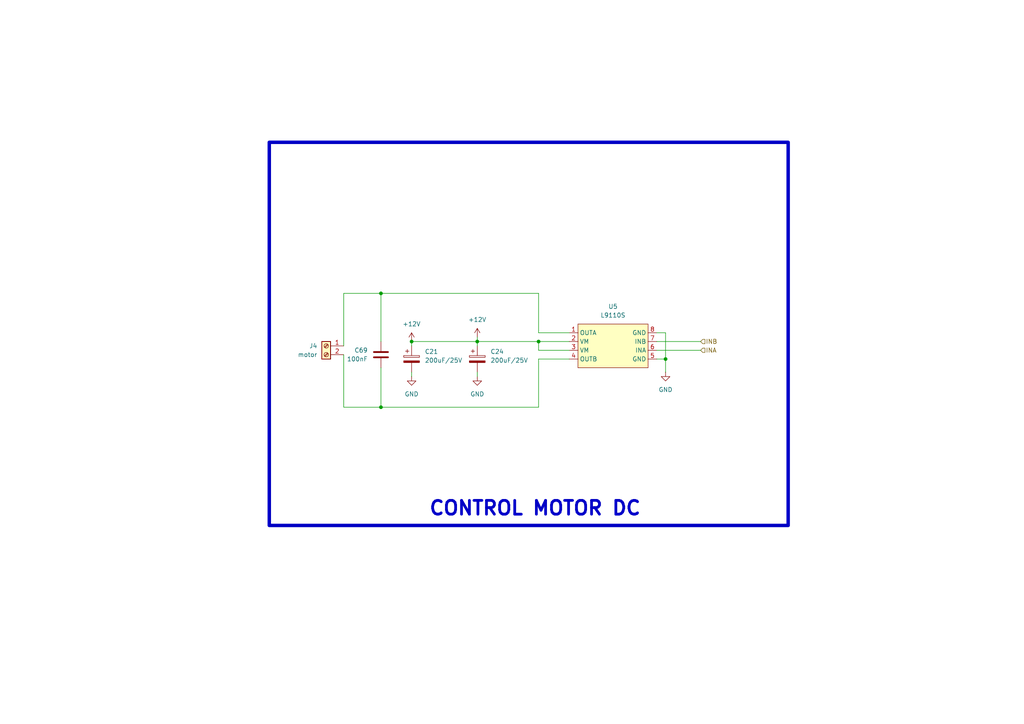
<source format=kicad_sch>
(kicad_sch
	(version 20231120)
	(generator "eeschema")
	(generator_version "8.0")
	(uuid "d9e0d66d-77fc-407b-b644-3ef00fb08456")
	(paper "A4")
	(lib_symbols
		(symbol "Connector:Screw_Terminal_01x02"
			(pin_names
				(offset 1.016) hide)
			(exclude_from_sim no)
			(in_bom yes)
			(on_board yes)
			(property "Reference" "J"
				(at 0 2.54 0)
				(effects
					(font
						(size 1.27 1.27)
					)
				)
			)
			(property "Value" "Screw_Terminal_01x02"
				(at 0 -5.08 0)
				(effects
					(font
						(size 1.27 1.27)
					)
				)
			)
			(property "Footprint" ""
				(at 0 0 0)
				(effects
					(font
						(size 1.27 1.27)
					)
					(hide yes)
				)
			)
			(property "Datasheet" "~"
				(at 0 0 0)
				(effects
					(font
						(size 1.27 1.27)
					)
					(hide yes)
				)
			)
			(property "Description" "Generic screw terminal, single row, 01x02, script generated (kicad-library-utils/schlib/autogen/connector/)"
				(at 0 0 0)
				(effects
					(font
						(size 1.27 1.27)
					)
					(hide yes)
				)
			)
			(property "ki_keywords" "screw terminal"
				(at 0 0 0)
				(effects
					(font
						(size 1.27 1.27)
					)
					(hide yes)
				)
			)
			(property "ki_fp_filters" "TerminalBlock*:*"
				(at 0 0 0)
				(effects
					(font
						(size 1.27 1.27)
					)
					(hide yes)
				)
			)
			(symbol "Screw_Terminal_01x02_1_1"
				(rectangle
					(start -1.27 1.27)
					(end 1.27 -3.81)
					(stroke
						(width 0.254)
						(type default)
					)
					(fill
						(type background)
					)
				)
				(circle
					(center 0 -2.54)
					(radius 0.635)
					(stroke
						(width 0.1524)
						(type default)
					)
					(fill
						(type none)
					)
				)
				(polyline
					(pts
						(xy -0.5334 -2.2098) (xy 0.3302 -3.048)
					)
					(stroke
						(width 0.1524)
						(type default)
					)
					(fill
						(type none)
					)
				)
				(polyline
					(pts
						(xy -0.5334 0.3302) (xy 0.3302 -0.508)
					)
					(stroke
						(width 0.1524)
						(type default)
					)
					(fill
						(type none)
					)
				)
				(polyline
					(pts
						(xy -0.3556 -2.032) (xy 0.508 -2.8702)
					)
					(stroke
						(width 0.1524)
						(type default)
					)
					(fill
						(type none)
					)
				)
				(polyline
					(pts
						(xy -0.3556 0.508) (xy 0.508 -0.3302)
					)
					(stroke
						(width 0.1524)
						(type default)
					)
					(fill
						(type none)
					)
				)
				(circle
					(center 0 0)
					(radius 0.635)
					(stroke
						(width 0.1524)
						(type default)
					)
					(fill
						(type none)
					)
				)
				(pin passive line
					(at -5.08 0 0)
					(length 3.81)
					(name "Pin_1"
						(effects
							(font
								(size 1.27 1.27)
							)
						)
					)
					(number "1"
						(effects
							(font
								(size 1.27 1.27)
							)
						)
					)
				)
				(pin passive line
					(at -5.08 -2.54 0)
					(length 3.81)
					(name "Pin_2"
						(effects
							(font
								(size 1.27 1.27)
							)
						)
					)
					(number "2"
						(effects
							(font
								(size 1.27 1.27)
							)
						)
					)
				)
			)
		)
		(symbol "Device:C"
			(pin_numbers hide)
			(pin_names
				(offset 0.254)
			)
			(exclude_from_sim no)
			(in_bom yes)
			(on_board yes)
			(property "Reference" "C"
				(at 0.635 2.54 0)
				(effects
					(font
						(size 1.27 1.27)
					)
					(justify left)
				)
			)
			(property "Value" "C"
				(at 0.635 -2.54 0)
				(effects
					(font
						(size 1.27 1.27)
					)
					(justify left)
				)
			)
			(property "Footprint" ""
				(at 0.9652 -3.81 0)
				(effects
					(font
						(size 1.27 1.27)
					)
					(hide yes)
				)
			)
			(property "Datasheet" "~"
				(at 0 0 0)
				(effects
					(font
						(size 1.27 1.27)
					)
					(hide yes)
				)
			)
			(property "Description" "Unpolarized capacitor"
				(at 0 0 0)
				(effects
					(font
						(size 1.27 1.27)
					)
					(hide yes)
				)
			)
			(property "ki_keywords" "cap capacitor"
				(at 0 0 0)
				(effects
					(font
						(size 1.27 1.27)
					)
					(hide yes)
				)
			)
			(property "ki_fp_filters" "C_*"
				(at 0 0 0)
				(effects
					(font
						(size 1.27 1.27)
					)
					(hide yes)
				)
			)
			(symbol "C_0_1"
				(polyline
					(pts
						(xy -2.032 -0.762) (xy 2.032 -0.762)
					)
					(stroke
						(width 0.508)
						(type default)
					)
					(fill
						(type none)
					)
				)
				(polyline
					(pts
						(xy -2.032 0.762) (xy 2.032 0.762)
					)
					(stroke
						(width 0.508)
						(type default)
					)
					(fill
						(type none)
					)
				)
			)
			(symbol "C_1_1"
				(pin passive line
					(at 0 3.81 270)
					(length 2.794)
					(name "~"
						(effects
							(font
								(size 1.27 1.27)
							)
						)
					)
					(number "1"
						(effects
							(font
								(size 1.27 1.27)
							)
						)
					)
				)
				(pin passive line
					(at 0 -3.81 90)
					(length 2.794)
					(name "~"
						(effects
							(font
								(size 1.27 1.27)
							)
						)
					)
					(number "2"
						(effects
							(font
								(size 1.27 1.27)
							)
						)
					)
				)
			)
		)
		(symbol "Device:C_Polarized"
			(pin_numbers hide)
			(pin_names
				(offset 0.254)
			)
			(exclude_from_sim no)
			(in_bom yes)
			(on_board yes)
			(property "Reference" "C"
				(at 0.635 2.54 0)
				(effects
					(font
						(size 1.27 1.27)
					)
					(justify left)
				)
			)
			(property "Value" "C_Polarized"
				(at 0.635 -2.54 0)
				(effects
					(font
						(size 1.27 1.27)
					)
					(justify left)
				)
			)
			(property "Footprint" ""
				(at 0.9652 -3.81 0)
				(effects
					(font
						(size 1.27 1.27)
					)
					(hide yes)
				)
			)
			(property "Datasheet" "~"
				(at 0 0 0)
				(effects
					(font
						(size 1.27 1.27)
					)
					(hide yes)
				)
			)
			(property "Description" "Polarized capacitor"
				(at 0 0 0)
				(effects
					(font
						(size 1.27 1.27)
					)
					(hide yes)
				)
			)
			(property "ki_keywords" "cap capacitor"
				(at 0 0 0)
				(effects
					(font
						(size 1.27 1.27)
					)
					(hide yes)
				)
			)
			(property "ki_fp_filters" "CP_*"
				(at 0 0 0)
				(effects
					(font
						(size 1.27 1.27)
					)
					(hide yes)
				)
			)
			(symbol "C_Polarized_0_1"
				(rectangle
					(start -2.286 0.508)
					(end 2.286 1.016)
					(stroke
						(width 0)
						(type default)
					)
					(fill
						(type none)
					)
				)
				(polyline
					(pts
						(xy -1.778 2.286) (xy -0.762 2.286)
					)
					(stroke
						(width 0)
						(type default)
					)
					(fill
						(type none)
					)
				)
				(polyline
					(pts
						(xy -1.27 2.794) (xy -1.27 1.778)
					)
					(stroke
						(width 0)
						(type default)
					)
					(fill
						(type none)
					)
				)
				(rectangle
					(start 2.286 -0.508)
					(end -2.286 -1.016)
					(stroke
						(width 0)
						(type default)
					)
					(fill
						(type outline)
					)
				)
			)
			(symbol "C_Polarized_1_1"
				(pin passive line
					(at 0 3.81 270)
					(length 2.794)
					(name "~"
						(effects
							(font
								(size 1.27 1.27)
							)
						)
					)
					(number "1"
						(effects
							(font
								(size 1.27 1.27)
							)
						)
					)
				)
				(pin passive line
					(at 0 -3.81 90)
					(length 2.794)
					(name "~"
						(effects
							(font
								(size 1.27 1.27)
							)
						)
					)
					(number "2"
						(effects
							(font
								(size 1.27 1.27)
							)
						)
					)
				)
			)
		)
		(symbol "DienLIB:L9110S"
			(exclude_from_sim no)
			(in_bom yes)
			(on_board yes)
			(property "Reference" "U"
				(at -9.652 7.62 0)
				(effects
					(font
						(size 1.27 1.27)
					)
				)
			)
			(property "Value" "L9110S"
				(at 0 -3.81 0)
				(effects
					(font
						(size 1.27 1.27)
					)
				)
			)
			(property "Footprint" "Package_SO:SOP-8_3.9x4.9mm_P1.27mm"
				(at 0 -3.81 0)
				(effects
					(font
						(size 1.27 1.27)
					)
					(hide yes)
				)
			)
			(property "Datasheet" ""
				(at 0 -3.81 0)
				(effects
					(font
						(size 1.27 1.27)
					)
					(hide yes)
				)
			)
			(property "Description" ""
				(at 0 -3.81 0)
				(effects
					(font
						(size 1.27 1.27)
					)
					(hide yes)
				)
			)
			(property "JLC" "C19272815"
				(at 0 0 0)
				(effects
					(font
						(size 1.27 1.27)
					)
					(hide yes)
				)
			)
			(symbol "L9110S_1_1"
				(rectangle
					(start -10.16 5.08)
					(end 10.16 -7.62)
					(stroke
						(width 0)
						(type default)
					)
					(fill
						(type background)
					)
				)
				(pin input line
					(at -12.7 2.54 0)
					(length 2.54)
					(name "OUTA"
						(effects
							(font
								(size 1.27 1.27)
							)
						)
					)
					(number "1"
						(effects
							(font
								(size 1.27 1.27)
							)
						)
					)
				)
				(pin input line
					(at -12.7 0 0)
					(length 2.54)
					(name "VM"
						(effects
							(font
								(size 1.27 1.27)
							)
						)
					)
					(number "2"
						(effects
							(font
								(size 1.27 1.27)
							)
						)
					)
				)
				(pin input line
					(at -12.7 -2.54 0)
					(length 2.54)
					(name "VM"
						(effects
							(font
								(size 1.27 1.27)
							)
						)
					)
					(number "3"
						(effects
							(font
								(size 1.27 1.27)
							)
						)
					)
				)
				(pin input line
					(at -12.7 -5.08 0)
					(length 2.54)
					(name "OUTB"
						(effects
							(font
								(size 1.27 1.27)
							)
						)
					)
					(number "4"
						(effects
							(font
								(size 1.27 1.27)
							)
						)
					)
				)
				(pin input line
					(at 12.7 -5.08 180)
					(length 2.54)
					(name "GND"
						(effects
							(font
								(size 1.27 1.27)
							)
						)
					)
					(number "5"
						(effects
							(font
								(size 1.27 1.27)
							)
						)
					)
				)
				(pin input line
					(at 12.7 -2.54 180)
					(length 2.54)
					(name "INA"
						(effects
							(font
								(size 1.27 1.27)
							)
						)
					)
					(number "6"
						(effects
							(font
								(size 1.27 1.27)
							)
						)
					)
				)
				(pin input line
					(at 12.7 0 180)
					(length 2.54)
					(name "INB"
						(effects
							(font
								(size 1.27 1.27)
							)
						)
					)
					(number "7"
						(effects
							(font
								(size 1.27 1.27)
							)
						)
					)
				)
				(pin input line
					(at 12.7 2.54 180)
					(length 2.54)
					(name "GND"
						(effects
							(font
								(size 1.27 1.27)
							)
						)
					)
					(number "8"
						(effects
							(font
								(size 1.27 1.27)
							)
						)
					)
				)
			)
		)
		(symbol "power:+12V"
			(power)
			(pin_numbers hide)
			(pin_names
				(offset 0) hide)
			(exclude_from_sim no)
			(in_bom yes)
			(on_board yes)
			(property "Reference" "#PWR"
				(at 0 -3.81 0)
				(effects
					(font
						(size 1.27 1.27)
					)
					(hide yes)
				)
			)
			(property "Value" "+12V"
				(at 0 3.556 0)
				(effects
					(font
						(size 1.27 1.27)
					)
				)
			)
			(property "Footprint" ""
				(at 0 0 0)
				(effects
					(font
						(size 1.27 1.27)
					)
					(hide yes)
				)
			)
			(property "Datasheet" ""
				(at 0 0 0)
				(effects
					(font
						(size 1.27 1.27)
					)
					(hide yes)
				)
			)
			(property "Description" "Power symbol creates a global label with name \"+12V\""
				(at 0 0 0)
				(effects
					(font
						(size 1.27 1.27)
					)
					(hide yes)
				)
			)
			(property "ki_keywords" "global power"
				(at 0 0 0)
				(effects
					(font
						(size 1.27 1.27)
					)
					(hide yes)
				)
			)
			(symbol "+12V_0_1"
				(polyline
					(pts
						(xy -0.762 1.27) (xy 0 2.54)
					)
					(stroke
						(width 0)
						(type default)
					)
					(fill
						(type none)
					)
				)
				(polyline
					(pts
						(xy 0 0) (xy 0 2.54)
					)
					(stroke
						(width 0)
						(type default)
					)
					(fill
						(type none)
					)
				)
				(polyline
					(pts
						(xy 0 2.54) (xy 0.762 1.27)
					)
					(stroke
						(width 0)
						(type default)
					)
					(fill
						(type none)
					)
				)
			)
			(symbol "+12V_1_1"
				(pin power_in line
					(at 0 0 90)
					(length 0)
					(name "~"
						(effects
							(font
								(size 1.27 1.27)
							)
						)
					)
					(number "1"
						(effects
							(font
								(size 1.27 1.27)
							)
						)
					)
				)
			)
		)
		(symbol "power:GND"
			(power)
			(pin_numbers hide)
			(pin_names
				(offset 0) hide)
			(exclude_from_sim no)
			(in_bom yes)
			(on_board yes)
			(property "Reference" "#PWR"
				(at 0 -6.35 0)
				(effects
					(font
						(size 1.27 1.27)
					)
					(hide yes)
				)
			)
			(property "Value" "GND"
				(at 0 -3.81 0)
				(effects
					(font
						(size 1.27 1.27)
					)
				)
			)
			(property "Footprint" ""
				(at 0 0 0)
				(effects
					(font
						(size 1.27 1.27)
					)
					(hide yes)
				)
			)
			(property "Datasheet" ""
				(at 0 0 0)
				(effects
					(font
						(size 1.27 1.27)
					)
					(hide yes)
				)
			)
			(property "Description" "Power symbol creates a global label with name \"GND\" , ground"
				(at 0 0 0)
				(effects
					(font
						(size 1.27 1.27)
					)
					(hide yes)
				)
			)
			(property "ki_keywords" "global power"
				(at 0 0 0)
				(effects
					(font
						(size 1.27 1.27)
					)
					(hide yes)
				)
			)
			(symbol "GND_0_1"
				(polyline
					(pts
						(xy 0 0) (xy 0 -1.27) (xy 1.27 -1.27) (xy 0 -2.54) (xy -1.27 -1.27) (xy 0 -1.27)
					)
					(stroke
						(width 0)
						(type default)
					)
					(fill
						(type none)
					)
				)
			)
			(symbol "GND_1_1"
				(pin power_in line
					(at 0 0 270)
					(length 0)
					(name "~"
						(effects
							(font
								(size 1.27 1.27)
							)
						)
					)
					(number "1"
						(effects
							(font
								(size 1.27 1.27)
							)
						)
					)
				)
			)
		)
	)
	(junction
		(at 110.49 118.11)
		(diameter 0)
		(color 0 0 0 0)
		(uuid "180a401d-39a3-4e9f-8f8f-b77a34b1376e")
	)
	(junction
		(at 119.38 99.06)
		(diameter 0)
		(color 0 0 0 0)
		(uuid "39f3f60b-d982-4980-a013-c8a0197f6d64")
	)
	(junction
		(at 156.21 99.06)
		(diameter 0)
		(color 0 0 0 0)
		(uuid "6962122c-44fa-4fc1-b64d-b1c1addce34f")
	)
	(junction
		(at 110.49 85.09)
		(diameter 0)
		(color 0 0 0 0)
		(uuid "76786e0c-b56d-4e1b-a73d-0bfeab151b44")
	)
	(junction
		(at 193.04 104.14)
		(diameter 0)
		(color 0 0 0 0)
		(uuid "c82a73b8-433e-44f3-95e3-0c555602fb69")
	)
	(junction
		(at 138.43 99.06)
		(diameter 0)
		(color 0 0 0 0)
		(uuid "f50031ad-ec4a-4b43-9ccf-02ca8d46c480")
	)
	(wire
		(pts
			(xy 110.49 85.09) (xy 156.21 85.09)
		)
		(stroke
			(width 0)
			(type default)
		)
		(uuid "11f442ab-3f50-4da7-aae2-46e892ea104b")
	)
	(wire
		(pts
			(xy 190.5 96.52) (xy 193.04 96.52)
		)
		(stroke
			(width 0)
			(type default)
		)
		(uuid "24ebfa45-169b-498c-b5e9-2c5485eb2dea")
	)
	(wire
		(pts
			(xy 156.21 104.14) (xy 156.21 118.11)
		)
		(stroke
			(width 0)
			(type default)
		)
		(uuid "25720793-77f4-404b-8055-53a82f83f904")
	)
	(wire
		(pts
			(xy 99.695 85.09) (xy 99.695 100.33)
		)
		(stroke
			(width 0)
			(type default)
		)
		(uuid "27ad7699-36ac-49f5-85e0-50ca8ed8a25b")
	)
	(wire
		(pts
			(xy 110.49 85.09) (xy 110.49 99.06)
		)
		(stroke
			(width 0)
			(type default)
		)
		(uuid "35985649-b7aa-4a32-9514-6fba118340f5")
	)
	(wire
		(pts
			(xy 110.49 118.11) (xy 99.695 118.11)
		)
		(stroke
			(width 0)
			(type default)
		)
		(uuid "3bd4a99d-e87d-49ab-907e-bf2f839ed3e8")
	)
	(wire
		(pts
			(xy 190.5 99.06) (xy 203.2 99.06)
		)
		(stroke
			(width 0)
			(type default)
		)
		(uuid "49d228ff-2ccd-42e8-86cb-fea094dbdef0")
	)
	(wire
		(pts
			(xy 119.38 107.95) (xy 119.38 109.22)
		)
		(stroke
			(width 0)
			(type default)
		)
		(uuid "5523fa0a-69a6-4bdf-963a-da6659e3aaf3")
	)
	(wire
		(pts
			(xy 110.49 118.11) (xy 156.21 118.11)
		)
		(stroke
			(width 0)
			(type default)
		)
		(uuid "5abdfd6c-b5e0-4311-94b9-e8cd469f00d9")
	)
	(wire
		(pts
			(xy 156.21 99.06) (xy 165.1 99.06)
		)
		(stroke
			(width 0)
			(type default)
		)
		(uuid "7f3965b6-9694-49d8-9922-19aa5e37e956")
	)
	(wire
		(pts
			(xy 138.43 99.06) (xy 156.21 99.06)
		)
		(stroke
			(width 0)
			(type default)
		)
		(uuid "869a221d-ab1a-42fb-ba51-a78022a0bb7e")
	)
	(wire
		(pts
			(xy 138.43 107.95) (xy 138.43 109.22)
		)
		(stroke
			(width 0)
			(type default)
		)
		(uuid "90113447-0d1b-4a2b-96da-a07fad82a805")
	)
	(wire
		(pts
			(xy 165.1 101.6) (xy 156.21 101.6)
		)
		(stroke
			(width 0)
			(type default)
		)
		(uuid "915fd6b0-7fce-44cf-bded-68ad8e9b8a8f")
	)
	(wire
		(pts
			(xy 165.1 96.52) (xy 156.21 96.52)
		)
		(stroke
			(width 0)
			(type default)
		)
		(uuid "92a34051-fb54-48b2-a10e-936043f98693")
	)
	(wire
		(pts
			(xy 138.43 97.79) (xy 138.43 99.06)
		)
		(stroke
			(width 0)
			(type default)
		)
		(uuid "9f9e74e5-ef60-400e-b780-10ef47515e33")
	)
	(wire
		(pts
			(xy 190.5 104.14) (xy 193.04 104.14)
		)
		(stroke
			(width 0)
			(type default)
		)
		(uuid "a89849e8-dbe2-4f95-b588-77610bdac4a5")
	)
	(wire
		(pts
			(xy 190.5 101.6) (xy 203.2 101.6)
		)
		(stroke
			(width 0)
			(type default)
		)
		(uuid "ab84fcbe-2685-45f1-9e28-8e4b859d60a5")
	)
	(wire
		(pts
			(xy 119.38 99.06) (xy 119.38 100.33)
		)
		(stroke
			(width 0)
			(type default)
		)
		(uuid "ae0e16ec-46dc-40cd-acd2-84ed1b94b56a")
	)
	(wire
		(pts
			(xy 156.21 96.52) (xy 156.21 85.09)
		)
		(stroke
			(width 0)
			(type default)
		)
		(uuid "ae1a772c-05d5-4588-ac5a-0939552ef5f1")
	)
	(wire
		(pts
			(xy 99.695 118.11) (xy 99.695 102.87)
		)
		(stroke
			(width 0)
			(type default)
		)
		(uuid "af4f980d-e5e6-46be-95e1-afc79a4836b7")
	)
	(wire
		(pts
			(xy 138.43 99.06) (xy 119.38 99.06)
		)
		(stroke
			(width 0)
			(type default)
		)
		(uuid "b270c3df-11f8-4f45-815f-4bf3798dc974")
	)
	(wire
		(pts
			(xy 138.43 99.06) (xy 138.43 100.33)
		)
		(stroke
			(width 0)
			(type default)
		)
		(uuid "c7c22d80-36ed-4b3a-b555-7cd16d838a69")
	)
	(wire
		(pts
			(xy 156.21 101.6) (xy 156.21 99.06)
		)
		(stroke
			(width 0)
			(type default)
		)
		(uuid "d4a9aac7-7064-4ac4-9e9d-f1bb33e43e8a")
	)
	(wire
		(pts
			(xy 193.04 96.52) (xy 193.04 104.14)
		)
		(stroke
			(width 0)
			(type default)
		)
		(uuid "dc3fb02a-604a-4749-98fe-869d0f4e665a")
	)
	(wire
		(pts
			(xy 193.04 104.14) (xy 193.04 107.95)
		)
		(stroke
			(width 0)
			(type default)
		)
		(uuid "dfbba21a-1605-4861-8e87-5715a18428b6")
	)
	(wire
		(pts
			(xy 110.49 106.68) (xy 110.49 118.11)
		)
		(stroke
			(width 0)
			(type default)
		)
		(uuid "e05abe44-7fb1-4c9c-8552-73180b2edc58")
	)
	(wire
		(pts
			(xy 99.695 85.09) (xy 110.49 85.09)
		)
		(stroke
			(width 0)
			(type default)
		)
		(uuid "f6824e6b-6771-4b1a-85f2-a56fa2b33f06")
	)
	(wire
		(pts
			(xy 165.1 104.14) (xy 156.21 104.14)
		)
		(stroke
			(width 0)
			(type default)
		)
		(uuid "f7709b7b-4acc-49fc-b9a1-9b1d1c533c3f")
	)
	(rectangle
		(start 78.105 41.275)
		(end 228.6 152.4)
		(stroke
			(width 1)
			(type default)
		)
		(fill
			(type none)
		)
		(uuid 342a886d-84e7-46f8-afb2-b3e823098638)
	)
	(text "CONTROL MOTOR DC"
		(exclude_from_sim no)
		(at 155.194 147.574 0)
		(effects
			(font
				(size 4 4)
				(thickness 0.8)
				(bold yes)
			)
		)
		(uuid "7edf68a1-136b-4c0a-b0fe-763c96ced32f")
	)
	(hierarchical_label "INA"
		(shape input)
		(at 203.2 101.6 0)
		(fields_autoplaced yes)
		(effects
			(font
				(size 1.27 1.27)
			)
			(justify left)
		)
		(uuid "a4dc6da2-4434-4b0b-afa7-04a2e7499dac")
	)
	(hierarchical_label "INB"
		(shape input)
		(at 203.2 99.06 0)
		(fields_autoplaced yes)
		(effects
			(font
				(size 1.27 1.27)
			)
			(justify left)
		)
		(uuid "d76c9fbf-5f9e-46ad-a11b-58efd810c05e")
	)
	(symbol
		(lib_id "Device:C")
		(at 110.49 102.87 0)
		(mirror y)
		(unit 1)
		(exclude_from_sim no)
		(in_bom yes)
		(on_board yes)
		(dnp no)
		(fields_autoplaced yes)
		(uuid "0a162835-914a-4028-85e6-3bb996801468")
		(property "Reference" "C69"
			(at 106.68 101.5999 0)
			(effects
				(font
					(size 1.27 1.27)
				)
				(justify left)
			)
		)
		(property "Value" "100nF"
			(at 106.68 104.1399 0)
			(effects
				(font
					(size 1.27 1.27)
				)
				(justify left)
			)
		)
		(property "Footprint" "SANG_LIB_FP:C_1206_3216Metric"
			(at 109.5248 106.68 0)
			(effects
				(font
					(size 1.27 1.27)
				)
				(hide yes)
			)
		)
		(property "Datasheet" "~"
			(at 110.49 102.87 0)
			(effects
				(font
					(size 1.27 1.27)
				)
				(hide yes)
			)
		)
		(property "Description" "Unpolarized capacitor"
			(at 110.49 102.87 0)
			(effects
				(font
					(size 1.27 1.27)
				)
				(hide yes)
			)
		)
		(property "Cate" ""
			(at 110.49 102.87 0)
			(effects
				(font
					(size 1.27 1.27)
				)
				(hide yes)
			)
		)
		(property "Category" ""
			(at 110.49 102.87 0)
			(effects
				(font
					(size 1.27 1.27)
				)
				(hide yes)
			)
		)
		(property "DK_Datasheet_Link" ""
			(at 110.49 102.87 0)
			(effects
				(font
					(size 1.27 1.27)
				)
				(hide yes)
			)
		)
		(property "DK_Detail_Page" ""
			(at 110.49 102.87 0)
			(effects
				(font
					(size 1.27 1.27)
				)
				(hide yes)
			)
		)
		(property "Digi-Key_PN" ""
			(at 110.49 102.87 0)
			(effects
				(font
					(size 1.27 1.27)
				)
				(hide yes)
			)
		)
		(property "Family" ""
			(at 110.49 102.87 0)
			(effects
				(font
					(size 1.27 1.27)
				)
				(hide yes)
			)
		)
		(property "MPN" ""
			(at 110.49 102.87 0)
			(effects
				(font
					(size 1.27 1.27)
				)
				(hide yes)
			)
		)
		(property "Manufacturer" ""
			(at 110.49 102.87 0)
			(effects
				(font
					(size 1.27 1.27)
				)
				(hide yes)
			)
		)
		(property "Status" ""
			(at 110.49 102.87 0)
			(effects
				(font
					(size 1.27 1.27)
				)
				(hide yes)
			)
		)
		(property "Val" ""
			(at 110.49 102.87 0)
			(effects
				(font
					(size 1.27 1.27)
				)
				(hide yes)
			)
		)
		(property "Availability" ""
			(at 110.49 102.87 0)
			(effects
				(font
					(size 1.27 1.27)
				)
				(hide yes)
			)
		)
		(property "Check_prices" ""
			(at 110.49 102.87 0)
			(effects
				(font
					(size 1.27 1.27)
				)
				(hide yes)
			)
		)
		(property "MANUFACTURER" ""
			(at 110.49 102.87 0)
			(effects
				(font
					(size 1.27 1.27)
				)
				(hide yes)
			)
		)
		(property "MF" ""
			(at 110.49 102.87 0)
			(effects
				(font
					(size 1.27 1.27)
				)
				(hide yes)
			)
		)
		(property "MP" ""
			(at 110.49 102.87 0)
			(effects
				(font
					(size 1.27 1.27)
				)
				(hide yes)
			)
		)
		(property "Package" ""
			(at 110.49 102.87 0)
			(effects
				(font
					(size 1.27 1.27)
				)
				(hide yes)
			)
		)
		(property "Price" ""
			(at 110.49 102.87 0)
			(effects
				(font
					(size 1.27 1.27)
				)
				(hide yes)
			)
		)
		(property "STANDARD" ""
			(at 110.49 102.87 0)
			(effects
				(font
					(size 1.27 1.27)
				)
				(hide yes)
			)
		)
		(property "Sim.Device" ""
			(at 110.49 102.87 0)
			(effects
				(font
					(size 1.27 1.27)
				)
				(hide yes)
			)
		)
		(property "Sim.Library" ""
			(at 110.49 102.87 0)
			(effects
				(font
					(size 1.27 1.27)
				)
				(hide yes)
			)
		)
		(property "Sim.Name" ""
			(at 110.49 102.87 0)
			(effects
				(font
					(size 1.27 1.27)
				)
				(hide yes)
			)
		)
		(property "Sim.Params" ""
			(at 110.49 102.87 0)
			(effects
				(font
					(size 1.27 1.27)
				)
				(hide yes)
			)
		)
		(property "Sim.Pins" ""
			(at 110.49 102.87 0)
			(effects
				(font
					(size 1.27 1.27)
				)
				(hide yes)
			)
		)
		(property "SnapEDA_Link" ""
			(at 110.49 102.87 0)
			(effects
				(font
					(size 1.27 1.27)
				)
				(hide yes)
			)
		)
		(property "JLC" "C525187"
			(at 110.49 102.87 0)
			(effects
				(font
					(size 1.27 1.27)
				)
				(hide yes)
			)
		)
		(pin "1"
			(uuid "7a282800-55c4-4416-a153-11f796eb9bab")
		)
		(pin "2"
			(uuid "3c01d300-75ab-42d9-bd60-a34723d2a0c9")
		)
		(instances
			(project "Call-Point-Actuator"
				(path "/700768df-09f0-45cf-9b46-9332e9bddc11/e9effb8d-39fa-4fd7-8a7c-ddfe2f0d2c14"
					(reference "C69")
					(unit 1)
				)
			)
		)
	)
	(symbol
		(lib_id "DienLIB:L9110S")
		(at 177.8 99.06 0)
		(unit 1)
		(exclude_from_sim no)
		(in_bom yes)
		(on_board yes)
		(dnp no)
		(fields_autoplaced yes)
		(uuid "13dc0d85-34ac-42cf-94e6-dd55c47590e7")
		(property "Reference" "U5"
			(at 177.8 88.9 0)
			(effects
				(font
					(size 1.27 1.27)
				)
			)
		)
		(property "Value" "L9110S"
			(at 177.8 91.44 0)
			(effects
				(font
					(size 1.27 1.27)
				)
			)
		)
		(property "Footprint" "Package_SO:SOP-8_3.9x4.9mm_P1.27mm"
			(at 177.8 102.87 0)
			(effects
				(font
					(size 1.27 1.27)
				)
				(hide yes)
			)
		)
		(property "Datasheet" ""
			(at 177.8 102.87 0)
			(effects
				(font
					(size 1.27 1.27)
				)
				(hide yes)
			)
		)
		(property "Description" ""
			(at 177.8 102.87 0)
			(effects
				(font
					(size 1.27 1.27)
				)
				(hide yes)
			)
		)
		(property "JLC" "C19272815"
			(at 177.8 99.06 0)
			(effects
				(font
					(size 1.27 1.27)
				)
				(hide yes)
			)
		)
		(property "Availability" ""
			(at 177.8 99.06 0)
			(effects
				(font
					(size 1.27 1.27)
				)
				(hide yes)
			)
		)
		(property "Check_prices" ""
			(at 177.8 99.06 0)
			(effects
				(font
					(size 1.27 1.27)
				)
				(hide yes)
			)
		)
		(property "MANUFACTURER" ""
			(at 177.8 99.06 0)
			(effects
				(font
					(size 1.27 1.27)
				)
				(hide yes)
			)
		)
		(property "MF" ""
			(at 177.8 99.06 0)
			(effects
				(font
					(size 1.27 1.27)
				)
				(hide yes)
			)
		)
		(property "MP" ""
			(at 177.8 99.06 0)
			(effects
				(font
					(size 1.27 1.27)
				)
				(hide yes)
			)
		)
		(property "Package" ""
			(at 177.8 99.06 0)
			(effects
				(font
					(size 1.27 1.27)
				)
				(hide yes)
			)
		)
		(property "Price" ""
			(at 177.8 99.06 0)
			(effects
				(font
					(size 1.27 1.27)
				)
				(hide yes)
			)
		)
		(property "STANDARD" ""
			(at 177.8 99.06 0)
			(effects
				(font
					(size 1.27 1.27)
				)
				(hide yes)
			)
		)
		(property "Sim.Device" ""
			(at 177.8 99.06 0)
			(effects
				(font
					(size 1.27 1.27)
				)
				(hide yes)
			)
		)
		(property "Sim.Library" ""
			(at 177.8 99.06 0)
			(effects
				(font
					(size 1.27 1.27)
				)
				(hide yes)
			)
		)
		(property "Sim.Name" ""
			(at 177.8 99.06 0)
			(effects
				(font
					(size 1.27 1.27)
				)
				(hide yes)
			)
		)
		(property "Sim.Params" ""
			(at 177.8 99.06 0)
			(effects
				(font
					(size 1.27 1.27)
				)
				(hide yes)
			)
		)
		(property "Sim.Pins" ""
			(at 177.8 99.06 0)
			(effects
				(font
					(size 1.27 1.27)
				)
				(hide yes)
			)
		)
		(property "SnapEDA_Link" ""
			(at 177.8 99.06 0)
			(effects
				(font
					(size 1.27 1.27)
				)
				(hide yes)
			)
		)
		(property "hardware_design" ""
			(at 177.8 99.06 0)
			(effects
				(font
					(size 1.27 1.27)
				)
				(hide yes)
			)
		)
		(pin "7"
			(uuid "339f4cf2-96e2-4423-89e3-eacbb1fb99d8")
		)
		(pin "5"
			(uuid "cb90de16-8499-47b3-a383-077f9fc2ddc8")
		)
		(pin "8"
			(uuid "99513bb2-f42f-4140-b48c-5419661d721a")
		)
		(pin "1"
			(uuid "8076c3fb-eadb-4cf0-9e86-f99a6d0620e5")
		)
		(pin "3"
			(uuid "f6d22c7b-39a6-4fc0-901a-bf0277191e75")
		)
		(pin "2"
			(uuid "fdb326f1-8306-4e32-8aa8-16726c00ecc1")
		)
		(pin "6"
			(uuid "924fc927-d23c-424e-8f62-d486b9c6e79b")
		)
		(pin "4"
			(uuid "533ed0bc-7ce7-4040-959e-58db2ba90e7a")
		)
		(instances
			(project "Call-Point-Actuator"
				(path "/700768df-09f0-45cf-9b46-9332e9bddc11/e9effb8d-39fa-4fd7-8a7c-ddfe2f0d2c14"
					(reference "U5")
					(unit 1)
				)
			)
		)
	)
	(symbol
		(lib_id "Device:C_Polarized")
		(at 119.38 104.14 0)
		(unit 1)
		(exclude_from_sim no)
		(in_bom yes)
		(on_board yes)
		(dnp no)
		(fields_autoplaced yes)
		(uuid "36c6bb53-3188-424d-a812-f0ac2fb47bc7")
		(property "Reference" "C21"
			(at 123.19 101.9809 0)
			(effects
				(font
					(size 1.27 1.27)
				)
				(justify left)
			)
		)
		(property "Value" "200uF/25V"
			(at 123.19 104.5209 0)
			(effects
				(font
					(size 1.27 1.27)
				)
				(justify left)
			)
		)
		(property "Footprint" "SANG_LIB_FP:C_TANTA_7343_CASE_E"
			(at 120.3452 107.95 0)
			(effects
				(font
					(size 1.27 1.27)
				)
				(hide yes)
			)
		)
		(property "Datasheet" "~"
			(at 119.38 104.14 0)
			(effects
				(font
					(size 1.27 1.27)
				)
				(hide yes)
			)
		)
		(property "Description" "Polarized capacitor"
			(at 119.38 104.14 0)
			(effects
				(font
					(size 1.27 1.27)
				)
				(hide yes)
			)
		)
		(property "JLC" "C132558"
			(at 119.38 104.14 0)
			(effects
				(font
					(size 1.27 1.27)
				)
				(hide yes)
			)
		)
		(property "Availability" ""
			(at 119.38 104.14 0)
			(effects
				(font
					(size 1.27 1.27)
				)
				(hide yes)
			)
		)
		(property "Check_prices" ""
			(at 119.38 104.14 0)
			(effects
				(font
					(size 1.27 1.27)
				)
				(hide yes)
			)
		)
		(property "MANUFACTURER" ""
			(at 119.38 104.14 0)
			(effects
				(font
					(size 1.27 1.27)
				)
				(hide yes)
			)
		)
		(property "MF" ""
			(at 119.38 104.14 0)
			(effects
				(font
					(size 1.27 1.27)
				)
				(hide yes)
			)
		)
		(property "MP" ""
			(at 119.38 104.14 0)
			(effects
				(font
					(size 1.27 1.27)
				)
				(hide yes)
			)
		)
		(property "Package" ""
			(at 119.38 104.14 0)
			(effects
				(font
					(size 1.27 1.27)
				)
				(hide yes)
			)
		)
		(property "Price" ""
			(at 119.38 104.14 0)
			(effects
				(font
					(size 1.27 1.27)
				)
				(hide yes)
			)
		)
		(property "STANDARD" ""
			(at 119.38 104.14 0)
			(effects
				(font
					(size 1.27 1.27)
				)
				(hide yes)
			)
		)
		(property "Sim.Device" ""
			(at 119.38 104.14 0)
			(effects
				(font
					(size 1.27 1.27)
				)
				(hide yes)
			)
		)
		(property "Sim.Library" ""
			(at 119.38 104.14 0)
			(effects
				(font
					(size 1.27 1.27)
				)
				(hide yes)
			)
		)
		(property "Sim.Name" ""
			(at 119.38 104.14 0)
			(effects
				(font
					(size 1.27 1.27)
				)
				(hide yes)
			)
		)
		(property "Sim.Params" ""
			(at 119.38 104.14 0)
			(effects
				(font
					(size 1.27 1.27)
				)
				(hide yes)
			)
		)
		(property "Sim.Pins" ""
			(at 119.38 104.14 0)
			(effects
				(font
					(size 1.27 1.27)
				)
				(hide yes)
			)
		)
		(property "SnapEDA_Link" ""
			(at 119.38 104.14 0)
			(effects
				(font
					(size 1.27 1.27)
				)
				(hide yes)
			)
		)
		(property "hardware_design" ""
			(at 119.38 104.14 0)
			(effects
				(font
					(size 1.27 1.27)
				)
				(hide yes)
			)
		)
		(pin "1"
			(uuid "12fd1edd-820f-4318-ba7d-9d0cf700c4ee")
		)
		(pin "2"
			(uuid "2bcf3f3a-9985-40a7-8af1-aca481718dba")
		)
		(instances
			(project "Call-Point-Actuator"
				(path "/700768df-09f0-45cf-9b46-9332e9bddc11/e9effb8d-39fa-4fd7-8a7c-ddfe2f0d2c14"
					(reference "C21")
					(unit 1)
				)
			)
		)
	)
	(symbol
		(lib_id "power:GND")
		(at 193.04 107.95 0)
		(unit 1)
		(exclude_from_sim no)
		(in_bom yes)
		(on_board yes)
		(dnp no)
		(fields_autoplaced yes)
		(uuid "430d0fc5-e871-48cb-b8c3-da9197001703")
		(property "Reference" "#PWR027"
			(at 193.04 114.3 0)
			(effects
				(font
					(size 1.27 1.27)
				)
				(hide yes)
			)
		)
		(property "Value" "GND"
			(at 193.04 113.03 0)
			(effects
				(font
					(size 1.27 1.27)
				)
			)
		)
		(property "Footprint" ""
			(at 193.04 107.95 0)
			(effects
				(font
					(size 1.27 1.27)
				)
				(hide yes)
			)
		)
		(property "Datasheet" ""
			(at 193.04 107.95 0)
			(effects
				(font
					(size 1.27 1.27)
				)
				(hide yes)
			)
		)
		(property "Description" "Power symbol creates a global label with name \"GND\" , ground"
			(at 193.04 107.95 0)
			(effects
				(font
					(size 1.27 1.27)
				)
				(hide yes)
			)
		)
		(pin "1"
			(uuid "1d0453df-fc18-41cb-b85a-58b66d34c57d")
		)
		(instances
			(project "Call-Point-Actuator"
				(path "/700768df-09f0-45cf-9b46-9332e9bddc11/e9effb8d-39fa-4fd7-8a7c-ddfe2f0d2c14"
					(reference "#PWR027")
					(unit 1)
				)
			)
		)
	)
	(symbol
		(lib_id "Device:C_Polarized")
		(at 138.43 104.14 0)
		(unit 1)
		(exclude_from_sim no)
		(in_bom yes)
		(on_board yes)
		(dnp no)
		(fields_autoplaced yes)
		(uuid "4a7c82f7-d90d-4cf2-8270-ec4c34f2f6a7")
		(property "Reference" "C24"
			(at 142.24 101.9809 0)
			(effects
				(font
					(size 1.27 1.27)
				)
				(justify left)
			)
		)
		(property "Value" "200uF/25V"
			(at 142.24 104.5209 0)
			(effects
				(font
					(size 1.27 1.27)
				)
				(justify left)
			)
		)
		(property "Footprint" "SANG_LIB_FP:C_TANTA_7343_CASE_E"
			(at 139.3952 107.95 0)
			(effects
				(font
					(size 1.27 1.27)
				)
				(hide yes)
			)
		)
		(property "Datasheet" "~"
			(at 138.43 104.14 0)
			(effects
				(font
					(size 1.27 1.27)
				)
				(hide yes)
			)
		)
		(property "Description" "Polarized capacitor"
			(at 138.43 104.14 0)
			(effects
				(font
					(size 1.27 1.27)
				)
				(hide yes)
			)
		)
		(property "JLC" "C132558"
			(at 138.43 104.14 0)
			(effects
				(font
					(size 1.27 1.27)
				)
				(hide yes)
			)
		)
		(property "Availability" ""
			(at 138.43 104.14 0)
			(effects
				(font
					(size 1.27 1.27)
				)
				(hide yes)
			)
		)
		(property "Check_prices" ""
			(at 138.43 104.14 0)
			(effects
				(font
					(size 1.27 1.27)
				)
				(hide yes)
			)
		)
		(property "MANUFACTURER" ""
			(at 138.43 104.14 0)
			(effects
				(font
					(size 1.27 1.27)
				)
				(hide yes)
			)
		)
		(property "MF" ""
			(at 138.43 104.14 0)
			(effects
				(font
					(size 1.27 1.27)
				)
				(hide yes)
			)
		)
		(property "MP" ""
			(at 138.43 104.14 0)
			(effects
				(font
					(size 1.27 1.27)
				)
				(hide yes)
			)
		)
		(property "Package" ""
			(at 138.43 104.14 0)
			(effects
				(font
					(size 1.27 1.27)
				)
				(hide yes)
			)
		)
		(property "Price" ""
			(at 138.43 104.14 0)
			(effects
				(font
					(size 1.27 1.27)
				)
				(hide yes)
			)
		)
		(property "STANDARD" ""
			(at 138.43 104.14 0)
			(effects
				(font
					(size 1.27 1.27)
				)
				(hide yes)
			)
		)
		(property "Sim.Device" ""
			(at 138.43 104.14 0)
			(effects
				(font
					(size 1.27 1.27)
				)
				(hide yes)
			)
		)
		(property "Sim.Library" ""
			(at 138.43 104.14 0)
			(effects
				(font
					(size 1.27 1.27)
				)
				(hide yes)
			)
		)
		(property "Sim.Name" ""
			(at 138.43 104.14 0)
			(effects
				(font
					(size 1.27 1.27)
				)
				(hide yes)
			)
		)
		(property "Sim.Params" ""
			(at 138.43 104.14 0)
			(effects
				(font
					(size 1.27 1.27)
				)
				(hide yes)
			)
		)
		(property "Sim.Pins" ""
			(at 138.43 104.14 0)
			(effects
				(font
					(size 1.27 1.27)
				)
				(hide yes)
			)
		)
		(property "SnapEDA_Link" ""
			(at 138.43 104.14 0)
			(effects
				(font
					(size 1.27 1.27)
				)
				(hide yes)
			)
		)
		(property "hardware_design" ""
			(at 138.43 104.14 0)
			(effects
				(font
					(size 1.27 1.27)
				)
				(hide yes)
			)
		)
		(pin "1"
			(uuid "6da1b78f-f4c3-4264-a68d-b22fca8c4392")
		)
		(pin "2"
			(uuid "64e2009a-25c7-4c16-ad17-19936b47a1df")
		)
		(instances
			(project "Call-Point-Actuator"
				(path "/700768df-09f0-45cf-9b46-9332e9bddc11/e9effb8d-39fa-4fd7-8a7c-ddfe2f0d2c14"
					(reference "C24")
					(unit 1)
				)
			)
		)
	)
	(symbol
		(lib_id "power:+12V")
		(at 138.43 97.79 0)
		(unit 1)
		(exclude_from_sim no)
		(in_bom yes)
		(on_board yes)
		(dnp no)
		(fields_autoplaced yes)
		(uuid "7e5128b7-191e-4cf8-b39a-6faa2f454ce2")
		(property "Reference" "#PWR08"
			(at 138.43 101.6 0)
			(effects
				(font
					(size 1.27 1.27)
				)
				(hide yes)
			)
		)
		(property "Value" "+12V"
			(at 138.43 92.71 0)
			(effects
				(font
					(size 1.27 1.27)
				)
			)
		)
		(property "Footprint" ""
			(at 138.43 97.79 0)
			(effects
				(font
					(size 1.27 1.27)
				)
				(hide yes)
			)
		)
		(property "Datasheet" ""
			(at 138.43 97.79 0)
			(effects
				(font
					(size 1.27 1.27)
				)
				(hide yes)
			)
		)
		(property "Description" "Power symbol creates a global label with name \"+12V\""
			(at 138.43 97.79 0)
			(effects
				(font
					(size 1.27 1.27)
				)
				(hide yes)
			)
		)
		(pin "1"
			(uuid "d1ea4c96-f04c-4744-a5d0-2283ed1355bf")
		)
		(instances
			(project "Call-Point-Actuator"
				(path "/700768df-09f0-45cf-9b46-9332e9bddc11/e9effb8d-39fa-4fd7-8a7c-ddfe2f0d2c14"
					(reference "#PWR08")
					(unit 1)
				)
			)
		)
	)
	(symbol
		(lib_id "power:GND")
		(at 138.43 109.22 0)
		(unit 1)
		(exclude_from_sim no)
		(in_bom yes)
		(on_board yes)
		(dnp no)
		(fields_autoplaced yes)
		(uuid "bdf98a58-b3ea-4399-b821-b7efdf5562fc")
		(property "Reference" "#PWR04"
			(at 138.43 115.57 0)
			(effects
				(font
					(size 1.27 1.27)
				)
				(hide yes)
			)
		)
		(property "Value" "GND"
			(at 138.43 114.3 0)
			(effects
				(font
					(size 1.27 1.27)
				)
			)
		)
		(property "Footprint" ""
			(at 138.43 109.22 0)
			(effects
				(font
					(size 1.27 1.27)
				)
				(hide yes)
			)
		)
		(property "Datasheet" ""
			(at 138.43 109.22 0)
			(effects
				(font
					(size 1.27 1.27)
				)
				(hide yes)
			)
		)
		(property "Description" "Power symbol creates a global label with name \"GND\" , ground"
			(at 138.43 109.22 0)
			(effects
				(font
					(size 1.27 1.27)
				)
				(hide yes)
			)
		)
		(pin "1"
			(uuid "aa4bc9f0-f4c7-409f-8b73-a58fe69b01b5")
		)
		(instances
			(project "Call-Point-Actuator"
				(path "/700768df-09f0-45cf-9b46-9332e9bddc11/e9effb8d-39fa-4fd7-8a7c-ddfe2f0d2c14"
					(reference "#PWR04")
					(unit 1)
				)
			)
		)
	)
	(symbol
		(lib_id "power:GND")
		(at 119.38 109.22 0)
		(unit 1)
		(exclude_from_sim no)
		(in_bom yes)
		(on_board yes)
		(dnp no)
		(fields_autoplaced yes)
		(uuid "bfc4f642-e2ba-4af4-bd19-28445b540cb1")
		(property "Reference" "#PWR044"
			(at 119.38 115.57 0)
			(effects
				(font
					(size 1.27 1.27)
				)
				(hide yes)
			)
		)
		(property "Value" "GND"
			(at 119.38 114.3 0)
			(effects
				(font
					(size 1.27 1.27)
				)
			)
		)
		(property "Footprint" ""
			(at 119.38 109.22 0)
			(effects
				(font
					(size 1.27 1.27)
				)
				(hide yes)
			)
		)
		(property "Datasheet" ""
			(at 119.38 109.22 0)
			(effects
				(font
					(size 1.27 1.27)
				)
				(hide yes)
			)
		)
		(property "Description" "Power symbol creates a global label with name \"GND\" , ground"
			(at 119.38 109.22 0)
			(effects
				(font
					(size 1.27 1.27)
				)
				(hide yes)
			)
		)
		(pin "1"
			(uuid "a9db689e-eb5f-4584-9e0a-2a07cec5c633")
		)
		(instances
			(project "Call-Point-Actuator"
				(path "/700768df-09f0-45cf-9b46-9332e9bddc11/e9effb8d-39fa-4fd7-8a7c-ddfe2f0d2c14"
					(reference "#PWR044")
					(unit 1)
				)
			)
		)
	)
	(symbol
		(lib_id "Connector:Screw_Terminal_01x02")
		(at 94.615 100.33 0)
		(mirror y)
		(unit 1)
		(exclude_from_sim no)
		(in_bom yes)
		(on_board yes)
		(dnp no)
		(fields_autoplaced yes)
		(uuid "df88c5bb-3d46-44ea-859d-25f66acded01")
		(property "Reference" "J4"
			(at 92.075 100.3299 0)
			(effects
				(font
					(size 1.27 1.27)
				)
				(justify left)
			)
		)
		(property "Value" "motor"
			(at 92.075 102.8699 0)
			(effects
				(font
					(size 1.27 1.27)
				)
				(justify left)
			)
		)
		(property "Footprint" "Connector_JST:JST_PH_S2B-PH-SM4-TB_1x02-1MP_P2.00mm_Horizontal"
			(at 94.615 100.33 0)
			(effects
				(font
					(size 1.27 1.27)
				)
				(hide yes)
			)
		)
		(property "Datasheet" "~"
			(at 94.615 100.33 0)
			(effects
				(font
					(size 1.27 1.27)
				)
				(hide yes)
			)
		)
		(property "Description" "Generic screw terminal, single row, 01x02, script generated (kicad-library-utils/schlib/autogen/connector/)"
			(at 94.615 100.33 0)
			(effects
				(font
					(size 1.27 1.27)
				)
				(hide yes)
			)
		)
		(property "Cate" ""
			(at 94.615 100.33 0)
			(effects
				(font
					(size 1.27 1.27)
				)
				(hide yes)
			)
		)
		(property "Category" ""
			(at 94.615 100.33 0)
			(effects
				(font
					(size 1.27 1.27)
				)
				(hide yes)
			)
		)
		(property "DK_Datasheet_Link" ""
			(at 94.615 100.33 0)
			(effects
				(font
					(size 1.27 1.27)
				)
				(hide yes)
			)
		)
		(property "DK_Detail_Page" ""
			(at 94.615 100.33 0)
			(effects
				(font
					(size 1.27 1.27)
				)
				(hide yes)
			)
		)
		(property "Digi-Key_PN" ""
			(at 94.615 100.33 0)
			(effects
				(font
					(size 1.27 1.27)
				)
				(hide yes)
			)
		)
		(property "Family" ""
			(at 94.615 100.33 0)
			(effects
				(font
					(size 1.27 1.27)
				)
				(hide yes)
			)
		)
		(property "MPN" ""
			(at 94.615 100.33 0)
			(effects
				(font
					(size 1.27 1.27)
				)
				(hide yes)
			)
		)
		(property "Manufacturer" ""
			(at 94.615 100.33 0)
			(effects
				(font
					(size 1.27 1.27)
				)
				(hide yes)
			)
		)
		(property "Status" ""
			(at 94.615 100.33 0)
			(effects
				(font
					(size 1.27 1.27)
				)
				(hide yes)
			)
		)
		(property "Val" ""
			(at 94.615 100.33 0)
			(effects
				(font
					(size 1.27 1.27)
				)
				(hide yes)
			)
		)
		(property "Availability" ""
			(at 94.615 100.33 0)
			(effects
				(font
					(size 1.27 1.27)
				)
				(hide yes)
			)
		)
		(property "Check_prices" ""
			(at 94.615 100.33 0)
			(effects
				(font
					(size 1.27 1.27)
				)
				(hide yes)
			)
		)
		(property "MANUFACTURER" ""
			(at 94.615 100.33 0)
			(effects
				(font
					(size 1.27 1.27)
				)
				(hide yes)
			)
		)
		(property "MF" ""
			(at 94.615 100.33 0)
			(effects
				(font
					(size 1.27 1.27)
				)
				(hide yes)
			)
		)
		(property "MP" ""
			(at 94.615 100.33 0)
			(effects
				(font
					(size 1.27 1.27)
				)
				(hide yes)
			)
		)
		(property "Package" ""
			(at 94.615 100.33 0)
			(effects
				(font
					(size 1.27 1.27)
				)
				(hide yes)
			)
		)
		(property "Price" ""
			(at 94.615 100.33 0)
			(effects
				(font
					(size 1.27 1.27)
				)
				(hide yes)
			)
		)
		(property "STANDARD" ""
			(at 94.615 100.33 0)
			(effects
				(font
					(size 1.27 1.27)
				)
				(hide yes)
			)
		)
		(property "Sim.Device" ""
			(at 94.615 100.33 0)
			(effects
				(font
					(size 1.27 1.27)
				)
				(hide yes)
			)
		)
		(property "Sim.Library" ""
			(at 94.615 100.33 0)
			(effects
				(font
					(size 1.27 1.27)
				)
				(hide yes)
			)
		)
		(property "Sim.Name" ""
			(at 94.615 100.33 0)
			(effects
				(font
					(size 1.27 1.27)
				)
				(hide yes)
			)
		)
		(property "Sim.Params" ""
			(at 94.615 100.33 0)
			(effects
				(font
					(size 1.27 1.27)
				)
				(hide yes)
			)
		)
		(property "Sim.Pins" ""
			(at 94.615 100.33 0)
			(effects
				(font
					(size 1.27 1.27)
				)
				(hide yes)
			)
		)
		(property "SnapEDA_Link" ""
			(at 94.615 100.33 0)
			(effects
				(font
					(size 1.27 1.27)
				)
				(hide yes)
			)
		)
		(property "hardware_design" ""
			(at 94.615 100.33 0)
			(effects
				(font
					(size 1.27 1.27)
				)
				(hide yes)
			)
		)
		(pin "2"
			(uuid "c9105ed2-a9bf-4a2f-87ff-b5e07976bfc7")
		)
		(pin "1"
			(uuid "12d22b70-d397-404b-87be-072caea7fb56")
		)
		(instances
			(project "Call-Point-Actuator"
				(path "/700768df-09f0-45cf-9b46-9332e9bddc11/e9effb8d-39fa-4fd7-8a7c-ddfe2f0d2c14"
					(reference "J4")
					(unit 1)
				)
			)
		)
	)
	(symbol
		(lib_id "power:+12V")
		(at 119.38 99.06 0)
		(unit 1)
		(exclude_from_sim no)
		(in_bom yes)
		(on_board yes)
		(dnp no)
		(fields_autoplaced yes)
		(uuid "e946909a-71ef-47e6-a068-01ef9cb162ff")
		(property "Reference" "#PWR045"
			(at 119.38 102.87 0)
			(effects
				(font
					(size 1.27 1.27)
				)
				(hide yes)
			)
		)
		(property "Value" "+12V"
			(at 119.38 93.98 0)
			(effects
				(font
					(size 1.27 1.27)
				)
			)
		)
		(property "Footprint" ""
			(at 119.38 99.06 0)
			(effects
				(font
					(size 1.27 1.27)
				)
				(hide yes)
			)
		)
		(property "Datasheet" ""
			(at 119.38 99.06 0)
			(effects
				(font
					(size 1.27 1.27)
				)
				(hide yes)
			)
		)
		(property "Description" "Power symbol creates a global label with name \"+12V\""
			(at 119.38 99.06 0)
			(effects
				(font
					(size 1.27 1.27)
				)
				(hide yes)
			)
		)
		(pin "1"
			(uuid "71fdc8ad-23e6-485f-ac77-a34181d6e305")
		)
		(instances
			(project "Call-Point-Actuator"
				(path "/700768df-09f0-45cf-9b46-9332e9bddc11/e9effb8d-39fa-4fd7-8a7c-ddfe2f0d2c14"
					(reference "#PWR045")
					(unit 1)
				)
			)
		)
	)
)

</source>
